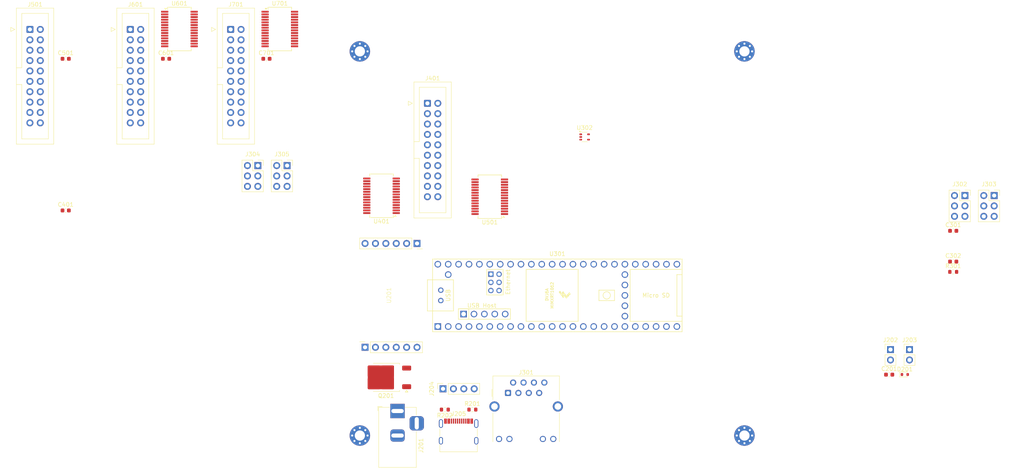
<source format=kicad_pcb>
(kicad_pcb (version 20241229) (generator "pcbnew") (generator_version "9.0")
  (layers (0 "F.Cu" signal) (2 "B.Cu" signal) (13 "F.Paste" user) (15 "B.Paste" user) (5 "F.SilkS" user "F.Silkscreen") (7 "B.SilkS" user "B.Silkscreen") (1 "F.Mask" user) (3 "B.Mask" user) (25 "Edge.Cuts" user))
  (net 0 "")
  (net 1 "GND")
  (net 2 "/main/VAUX")
  (net 3 "Net-(J301-RCT)")
  (net 4 "+5V")
  (net 5 "/main/Teensy/Mcp23S17_0/3.3V")
  (net 6 "/main/Teensy/Mcp23S17_1/3.3V")
  (net 7 "Net-(D201-A2)")
  (net 8 "/main/Teensy/Mcp23S17_2/3.3V")
  (net 9 "/main/Teensy/Mcp23S17_3/3.3V")
  (net 14 "Net-(J302-Pin_4)")
  (net 15 "Net-(J304-Pin_4)")
  (net 17 "/main/Teensy/Mcp23S17_0/GPA0")
  (net 18 "/main/Teensy/Mcp23S17_0/GPA5")
  (net 19 "/main/Teensy/Mcp23S17_0/GPA2")
  (net 20 "/main/Teensy/Mcp23S17_0/GPB2")
  (net 21 "/main/Teensy/Mcp23S17_0/GPB1")
  (net 22 "/main/Teensy/Mcp23S17_0/GPA6")
  (net 23 "/main/Teensy/Mcp23S17_0/GPA1")
  (net 24 "/main/Teensy/Mcp23S17_0/GPB5")
  (net 25 "/main/Teensy/Mcp23S17_0/GPB6")
  (net 26 "/main/Teensy/Mcp23S17_0/GPB4")
  (net 27 "/main/Teensy/Mcp23S17_0/GPB3")
  (net 28 "/main/Teensy/Mcp23S17_0/GPB0")
  (net 29 "/main/Teensy/Mcp23S17_0/GPA7")
  (net 30 "/main/Teensy/Mcp23S17_0/GPA4")
  (net 31 "/main/Teensy/Mcp23S17_0/GPA3")
  (net 32 "/main/Teensy/NEOPIXEL_DATA_5V")
  (net 33 "/main/Teensy/Mcp23S17_0/GPB7")
  (net 34 "/main/Teensy/Mcp23S17_1/GPB3")
  (net 35 "/main/Teensy/Mcp23S17_1/GPB7")
  (net 36 "/main/Teensy/Mcp23S17_1/GPA0")
  (net 37 "/main/Teensy/Mcp23S17_1/GPB6")
  (net 38 "/main/Teensy/Mcp23S17_1/GPB2")
  (net 39 "/main/Teensy/Mcp23S17_1/GPB5")
  (net 40 "/main/Teensy/Mcp23S17_1/GPB1")
  (net 41 "/main/Teensy/Mcp23S17_1/GPA1")
  (net 42 "/main/Teensy/ETH_T-")
  (net 43 "/main/Teensy/Mcp23S17_1/GPA3")
  (net 44 "/main/Teensy/Mcp23S17_1/GPA6")
  (net 45 "/main/Teensy/ETH_T+")
  (net 46 "/main/Teensy/ETH_LED")
  (net 47 "/main/Teensy/ETH_R-")
  (net 48 "/main/Teensy/ETH_R+")
  (net 49 "/main/Teensy/Mcp23S17_1/GPA4")
  (net 50 "/main/Teensy/Mcp23S17_1/GPB0")
  (net 51 "Net-(R301-Pad1)")
  (net 55 "/main/Teensy/LCD_MISO")
  (net 59 "/main/Teensy/MCP_MISO")
  (net 62 "/main/Teensy/MCP_MOSI")
  (net 67 "/main/Teensy/MCP_INT_B")
  (net 69 "/main/Teensy/LCD_CS")
  (net 72 "/main/Teensy/MCP_CS")
  (net 74 "/main/Teensy/LCD_SCK")
  (net 81 "/main/Teensy/LCD_MOSI")
  (net 85 "/main/Teensy/LCD_RST")
  (net 92 "/main/Teensy/MCP_SCK")
  (net 97 "/main/Teensy/MCP_RST")
  (net 103 "/main/Teensy/MCP_INT_A")
  (net 108 "/main/Teensy/NEOPIXEL_DATA")
  (net 110 "/main/Teensy/Mcp23S17_1/GPA7")
  (net 111 "/main/Teensy/Mcp23S17_1/GPA5")
  (net 112 "/main/Teensy/Mcp23S17_1/GPB4")
  (net 113 "/main/Teensy/Mcp23S17_1/GPA2")
  (net 114 "/main/Teensy/Mcp23S17_2/GPA7")
  (net 115 "/main/Teensy/Mcp23S17_2/GPA6")
  (net 116 "Net-(J303-Pin_4)")
  (net 117 "/main/Teensy/Mcp23S17_2/GPB1")
  (net 118 "/main/Teensy/Mcp23S17_2/GPA5")
  (net 119 "/main/Teensy/Mcp23S17_2/GPB4")
  (net 120 "/main/Teensy/Mcp23S17_2/GPB0")
  (net 121 "/main/Teensy/Mcp23S17_2/GPB3")
  (net 122 "/main/Teensy/Mcp23S17_2/GPA2")
  (net 123 "/main/Teensy/Mcp23S17_2/GPB5")
  (net 124 "/main/Teensy/Mcp23S17_2/GPB7")
  (net 125 "/main/Teensy/Mcp23S17_2/GPA0")
  (net 126 "/main/Teensy/Mcp23S17_2/GPA4")
  (net 127 "/main/Teensy/Mcp23S17_2/GPB2")
  (net 128 "/main/Teensy/Mcp23S17_2/GPA1")
  (net 129 "/main/Teensy/Mcp23S17_2/GPB6")
  (net 130 "/main/Teensy/Mcp23S17_2/GPA3")
  (net 131 "/main/Teensy/Mcp23S17_3/GPB4")
  (net 132 "/main/Teensy/Mcp23S17_3/GPA7")
  (net 133 "/main/Teensy/Mcp23S17_3/GPA1")
  (net 134 "/main/Teensy/Mcp23S17_3/GPB0")
  (net 135 "/main/Teensy/Mcp23S17_3/GPB1")
  (net 136 "/main/Teensy/Mcp23S17_3/GPB5")
  (net 137 "/main/Teensy/Mcp23S17_3/GPA0")
  (net 138 "/main/Teensy/Mcp23S17_3/GPA6")
  (net 139 "/main/Teensy/Mcp23S17_3/GPB6")
  (net 140 "/main/Teensy/Mcp23S17_3/GPB3")
  (net 141 "/main/Teensy/Mcp23S17_3/GPA5")
  (net 142 "/main/Teensy/Mcp23S17_3/GPA4")
  (net 143 "/main/Teensy/Mcp23S17_3/GPB7")
  (net 144 "/main/Teensy/Mcp23S17_3/GPB2")
  (net 145 "/main/Teensy/Mcp23S17_3/GPA2")
  (net 146 "/main/Teensy/Mcp23S17_3/GPA3")
  (net 149 "+3V3")
  (net 158 "/main/D-")
  (net 159 "/main/D+")
  (net 160 "/main/VBUS")
  (net 161 "Net-(J205-CC2)")
  (net 162 "Net-(J205-CC1)")
  (footprint "Resistor_SMD:R_0603_1608Metric" (layer "F.Cu") (at 80.505 140.64)
    (property "Reference" "R201" (at 0 -1.43 0) (layer "F.SilkS"))
    (property "Value" "5.1k")
    (pad "1" smd roundrect (at -0.825 0) (size 0.8 0.95) (layers "F.Cu" "F.Mask" "F.Paste") (net 161 "Net-(J205-CC2)"))
    (pad "2" smd roundrect (at 0.825 0) (size 0.8 0.95) (layers "F.Cu" "F.Mask" "F.Paste") (net 1 "GND"))
  )
  (footprint "Connector_IDC:IDC-Header_2x10_P2.54mm_Vertical" (layer "F.Cu") (at -27.625 47.64)
    (property "Reference" "J501" (at 1.27 -6.1 0) (layer "F.SilkS"))
    (property "Value" "Conn_02x10_Odd_Even")
    (pad "1" thru_hole roundrect (at 0 0) (size 1.7 1.7) (drill 1) (layers "*.Cu" "*.Mask") (roundrect_rratio 0.147059) (net 1 "GND"))
    (pad "2" thru_hole circle (at 2.54 0) (size 1.7 1.7) (drill 1) (layers "*.Cu" "*.Mask") (net 1 "GND"))
    (pad "3" thru_hole circle (at 0 2.54) (size 1.7 1.7) (drill 1) (layers "*.Cu" "*.Mask") (net 36 "/main/Teensy/Mcp23S17_1/GPA0"))
    (pad "4" thru_hole circle (at 2.54 2.54) (size 1.7 1.7) (drill 1) (layers "*.Cu" "*.Mask") (net 35 "/main/Teensy/Mcp23S17_1/GPB7"))
    (pad "5" thru_hole circle (at 0 5.08) (size 1.7 1.7) (drill 1) (layers "*.Cu" "*.Mask") (net 41 "/main/Teensy/Mcp23S17_1/GPA1"))
    (pad "6" thru_hole circle (at 2.54 5.08) (size 1.7 1.7) (drill 1) (layers "*.Cu" "*.Mask") (net 37 "/main/Teensy/Mcp23S17_1/GPB6"))
    (pad "7" thru_hole circle (at 0 7.62) (size 1.7 1.7) (drill 1) (layers "*.Cu" "*.Mask") (net 113 "/main/Teensy/Mcp23S17_1/GPA2"))
    (pad "8" thru_hole circle (at 2.54 7.62) (size 1.7 1.7) (drill 1) (layers "*.Cu" "*.Mask") (net 39 "/main/Teensy/Mcp23S17_1/GPB5"))
    (pad "9" thru_hole circle (at 0 10.16) (size 1.7 1.7) (drill 1) (layers "*.Cu" "*.Mask") (net 43 "/main/Teensy/Mcp23S17_1/GPA3"))
    (pad "10" thru_hole circle (at 2.54 10.16) (size 1.7 1.7) (drill 1) (layers "*.Cu" "*.Mask") (net 112 "/main/Teensy/Mcp23S17_1/GPB4"))
    (pad "11" thru_hole circle (at 0 12.7) (size 1.7 1.7) (drill 1) (layers "*.Cu" "*.Mask") (net 49 "/main/Teensy/Mcp23S17_1/GPA4"))
    (pad "12" thru_hole circle (at 2.54 12.7) (size 1.7 1.7) (drill 1) (layers "*.Cu" "*.Mask") (net 34 "/main/Teensy/Mcp23S17_1/GPB3"))
    (pad "13" thru_hole circle (at 0 15.24) (size 1.7 1.7) (drill 1) (layers "*.Cu" "*.Mask") (net 111 "/main/Teensy/Mcp23S17_1/GPA5"))
    (pad "14" thru_hole circle (at 2.54 15.24) (size 1.7 1.7) (drill 1) (layers "*.Cu" "*.Mask") (net 38 "/main/Teensy/Mcp23S17_1/GPB2"))
    (pad "15" thru_hole circle (at 0 17.78) (size 1.7 1.7) (drill 1) (layers "*.Cu" "*.Mask") (net 44 "/main/Teensy/Mcp23S17_1/GPA6"))
    (pad "16" thru_hole circle (at 2.54 17.78) (size 1.7 1.7) (drill 1) (layers "*.Cu" "*.Mask") (net 40 "/main/Teensy/Mcp23S17_1/GPB1"))
    (pad "17" thru_hole circle (at 0 20.32) (size 1.7 1.7) (drill 1) (layers "*.Cu" "*.Mask") (net 110 "/main/Teensy/Mcp23S17_1/GPA7"))
    (pad "18" thru_hole circle (at 2.54 20.32) (size 1.7 1.7) (drill 1) (layers "*.Cu" "*.Mask") (net 50 "/main/Teensy/Mcp23S17_1/GPB0"))
    (pad "19" thru_hole circle (at 0 22.86) (size 1.7 1.7) (drill 1) (layers "*.Cu" "*.Mask") (net 1 "GND"))
    (pad "20" thru_hole circle (at 2.54 22.86) (size 1.7 1.7) (drill 1) (layers "*.Cu" "*.Mask") (net 1 "GND"))
  )
  (footprint "Connector_PinSocket_2.54mm:PinSocket_2x03_P2.54mm_Vertical" (layer "F.Cu") (at 35.23 80.95)
    (property "Reference" "J305" (at -1.27 -2.77 0) (layer "F.SilkS"))
    (property "Value" "Conn_02x03_Odd_Even")
    (pad "1" thru_hole rect (at 0 0) (size 1.7 1.7) (drill 1) (layers "*.Cu" "*.Mask") (net 1 "GND"))
    (pad "2" thru_hole oval (at -2.54 0) (size 1.7 1.7) (drill 1) (layers "*.Cu" "*.Mask") (net 1 "GND"))
    (pad "3" thru_hole oval (at 0 2.54) (size 1.7 1.7) (drill 1) (layers "*.Cu" "*.Mask") (net 15 "Net-(J304-Pin_4)"))
    (pad "4" thru_hole oval (at -2.54 2.54) (size 1.7 1.7) (drill 1) (layers "*.Cu" "*.Mask"))
    (pad "5" thru_hole oval (at 0 5.08) (size 1.7 1.7) (drill 1) (layers "*.Cu" "*.Mask") (net 4 "+5V"))
    (pad "6" thru_hole oval (at -2.54 5.08) (size 1.7 1.7) (drill 1) (layers "*.Cu" "*.Mask") (net 4 "+5V"))
  )
  (footprint "Connector_RJ:RJ45_Hanrun_HR911105A_Horizontal" (layer "F.Cu") (at 89.21 136.57)
    (property "Reference" "J301" (at 4.44 -5 0) (layer "F.SilkS"))
    (property "Value" "RJ45_Hanrun_HR911105A_Horizontal")
    (pad "" np_thru_hole circle (at -1.275 6.36) (size 3.25 3.25) (drill 3.25) (layers "*.Cu" "*.Mask"))
    (pad "" np_thru_hole circle (at 10.155 6.36) (size 3.25 3.25) (drill 3.25) (layers "*.Cu" "*.Mask"))
    (pad "1" thru_hole roundrect (at 0 0) (size 1.5 1.5) (drill 0.89) (layers "*.Cu" "*.Mask") (roundrect_rratio 0.167) (net 45 "/main/Teensy/ETH_T+"))
    (pad "2" thru_hole circle (at 1.26 -2.54) (size 1.5 1.5) (drill 0.89) (layers "*.Cu" "*.Mask") (net 42 "/main/Teensy/ETH_T-"))
    (pad "3" thru_hole circle (at 2.54 0) (size 1.5 1.5) (drill 0.89) (layers "*.Cu" "*.Mask") (net 48 "/main/Teensy/ETH_R+"))
    (pad "4" thru_hole circle (at 3.8 -2.54) (size 1.5 1.5) (drill 0.89) (layers "*.Cu" "*.Mask") (net 3 "Net-(J301-RCT)"))
    (pad "5" thru_hole circle (at 5.08 0) (size 1.5 1.5) (drill 0.89) (layers "*.Cu" "*.Mask") (net 3 "Net-(J301-RCT)"))
    (pad "6" thru_hole circle (at 6.34 -2.54) (size 1.5 1.5) (drill 0.89) (layers "*.Cu" "*.Mask") (net 47 "/main/Teensy/ETH_R-"))
    (pad "7" thru_hole circle (at 7.62 0) (size 1.5 1.5) (drill 0.89) (layers "*.Cu" "*.Mask"))
    (pad "8" thru_hole circle (at 8.88 -2.54) (size 1.5 1.5) (drill 0.89) (layers "*.Cu" "*.Mask") (net 1 "GND"))
    (pad "9" thru_hole circle (at -2.185 11.26) (size 1.5 1.5) (drill 1.02) (layers "*.Cu" "*.Mask") (net 46 "/main/Teensy/ETH_LED"))
    (pad "10" thru_hole circle (at 0.355 11.26) (size 1.5 1.5) (drill 1.02) (layers "*.Cu" "*.Mask") (net 1 "GND"))
    (pad "11" thru_hole circle (at 8.525 11.26) (size 1.5 1.5) (drill 1.02) (layers "*.Cu" "*.Mask"))
    (pad "12" thru_hole circle (at 11.065 11.26) (size 1.5 1.5) (drill 1.02) (layers "*.Cu" "*.Mask"))
    (pad "SH" thru_hole circle (at -3.305 3.31) (size 2.5 2.5) (drill 1.63) (layers "*.Cu" "*.Mask"))
    (pad "SH" thru_hole circle (at 12.185 3.31) (size 2.5 2.5) (drill 1.63) (layers "*.Cu" "*.Mask"))
  )
  (footprint "Connector_PinSocket_2.54mm:PinSocket_2x03_P2.54mm_Vertical" (layer "F.Cu") (at 200.87 88.28)
    (property "Reference" "J302" (at -1.27 -2.77 0) (layer "F.SilkS"))
    (property "Value" "Conn_02x03_Odd_Even")
    (pad "1" thru_hole rect (at 0 0) (size 1.7 1.7) (drill 1) (layers "*.Cu" "*.Mask") (net 1 "GND"))
    (pad "2" thru_hole oval (at -2.54 0) (size 1.7 1.7) (drill 1) (layers "*.Cu" "*.Mask") (net 1 "GND"))
    (pad "3" thru_hole oval (at 0 2.54) (size 1.7 1.7) (drill 1) (layers "*.Cu" "*.Mask") (net 32 "/main/Teensy/NEOPIXEL_DATA_5V"))
    (pad "4" thru_hole oval (at -2.54 2.54) (size 1.7 1.7) (drill 1) (layers "*.Cu" "*.Mask") (net 14 "Net-(J302-Pin_4)"))
    (pad "5" thru_hole oval (at 0 5.08) (size 1.7 1.7) (drill 1) (layers "*.Cu" "*.Mask") (net 4 "+5V"))
    (pad "6" thru_hole oval (at -2.54 5.08) (size 1.7 1.7) (drill 1) (layers "*.Cu" "*.Mask") (net 4 "+5V"))
  )
  (footprint "Connector_PinSocket_2.54mm:PinSocket_2x03_P2.54mm_Vertical" (layer "F.Cu") (at 208.02 88.28)
    (property "Reference" "J303" (at -1.27 -2.77 0) (layer "F.SilkS"))
    (property "Value" "Conn_02x03_Odd_Even")
    (pad "1" thru_hole rect (at 0 0) (size 1.7 1.7) (drill 1) (layers "*.Cu" "*.Mask") (net 1 "GND"))
    (pad "2" thru_hole oval (at -2.54 0) (size 1.7 1.7) (drill 1) (layers "*.Cu" "*.Mask") (net 1 "GND"))
    (pad "3" thru_hole oval (at 0 2.54) (size 1.7 1.7) (drill 1) (layers "*.Cu" "*.Mask") (net 14 "Net-(J302-Pin_4)"))
    (pad "4" thru_hole oval (at -2.54 2.54) (size 1.7 1.7) (drill 1) (layers "*.Cu" "*.Mask") (net 116 "Net-(J303-Pin_4)"))
    (pad "5" thru_hole oval (at 0 5.08) (size 1.7 1.7) (drill 1) (layers "*.Cu" "*.Mask") (net 4 "+5V"))
    (pad "6" thru_hole oval (at -2.54 5.08) (size 1.7 1.7) (drill 1) (layers "*.Cu" "*.Mask") (net 4 "+5V"))
  )
  (footprint "MountingHole:MountingHole_2.5mm_Pad_Via" (layer "F.Cu") (at 146.99 53.01)
    (property "Reference" "H203" (hide yes))
    (property "Value" "MountingHole_Pad")
    (pad "1" thru_hole circle (at -1.875 0) (size 0.8 0.8) (drill 0.5) (layers "*.Cu" "*.Mask") (net 1 "GND"))
    (pad "1" thru_hole circle (at -1.325825 -1.325825) (size 0.8 0.8) (drill 0.5) (layers "*.Cu" "*.Mask") (net 1 "GND"))
    (pad "1" thru_hole circle (at -1.325825 1.325825) (size 0.8 0.8) (drill 0.5) (layers "*.Cu" "*.Mask") (net 1 "GND"))
    (pad "1" thru_hole circle (at 0 -1.875) (size 0.8 0.8) (drill 0.5) (layers "*.Cu" "*.Mask") (net 1 "GND"))
    (pad "1" thru_hole circle (at 0 0) (size 5 5) (drill 2.5) (layers "*.Cu" "*.Mask") (net 1 "GND"))
    (pad "1" thru_hole circle (at 0 1.875) (size 0.8 0.8) (drill 0.5) (layers "*.Cu" "*.Mask") (net 1 "GND"))
    (pad "1" thru_hole circle (at 1.325825 -1.325825) (size 0.8 0.8) (drill 0.5) (layers "*.Cu" "*.Mask") (net 1 "GND"))
    (pad "1" thru_hole circle (at 1.325825 1.325825) (size 0.8 0.8) (drill 0.5) (layers "*.Cu" "*.Mask") (net 1 "GND"))
    (pad "1" thru_hole circle (at 1.875 0) (size 0.8 0.8) (drill 0.5) (layers "*.Cu" "*.Mask") (net 1 "GND"))
  )
  (footprint "MountingHole:MountingHole_2.5mm_Pad_Via" (layer "F.Cu") (at 53.01 146.99)
    (property "Reference" "H201" (hide yes))
    (property "Value" "MountingHole_Pad")
    (pad "1" thru_hole circle (at -1.875 0) (size 0.8 0.8) (drill 0.5) (layers "*.Cu" "*.Mask") (net 1 "GND"))
    (pad "1" thru_hole circle (at -1.325825 -1.325825) (size 0.8 0.8) (drill 0.5) (layers "*.Cu" "*.Mask") (net 1 "GND"))
    (pad "1" thru_hole circle (at -1.325825 1.325825) (size 0.8 0.8) (drill 0.5) (layers "*.Cu" "*.Mask") (net 1 "GND"))
    (pad "1" thru_hole circle (at 0 -1.875) (size 0.8 0.8) (drill 0.5) (layers "*.Cu" "*.Mask") (net 1 "GND"))
    (pad "1" thru_hole circle (at 0 0) (size 5 5) (drill 2.5) (layers "*.Cu" "*.Mask") (net 1 "GND"))
    (pad "1" thru_hole circle (at 0 1.875) (size 0.8 0.8) (drill 0.5) (layers "*.Cu" "*.Mask") (net 1 "GND"))
    (pad "1" thru_hole circle (at 1.325825 -1.325825) (size 0.8 0.8) (drill 0.5) (layers "*.Cu" "*.Mask") (net 1 "GND"))
    (pad "1" thru_hole circle (at 1.325825 1.325825) (size 0.8 0.8) (drill 0.5) (layers "*.Cu" "*.Mask") (net 1 "GND"))
    (pad "1" thru_hole circle (at 1.875 0) (size 0.8 0.8) (drill 0.5) (layers "*.Cu" "*.Mask") (net 1 "GND"))
  )
  (footprint "Connector_PinSocket_2.54mm:PinSocket_1x04_P2.54mm_Vertical" (layer "F.Cu") (at 73.33 135.56 90)
    (property "Reference" "J204" (at 0 -2.77 90) (layer "F.SilkS"))
    (property "Value" "Conn_01x04")
    (pad "1" thru_hole rect (at 0 0 90) (size 1.7 1.7) (drill 1) (layers "*.Cu" "*.Mask") (net 1 "GND"))
    (pad "2" thru_hole oval (at 0 2.54 90) (size 1.7 1.7) (drill 1) (layers "*.Cu" "*.Mask") (net 159 "/main/D+"))
    (pad "3" thru_hole oval (at 0 5.08 90) (size 1.7 1.7) (drill 1) (layers "*.Cu" "*.Mask") (net 158 "/main/D-"))
    (pad "4" thru_hole oval (at 0 7.62 90) (size 1.7 1.7) (drill 1) (layers "*.Cu" "*.Mask") (net 160 "/main/VBUS"))
  )
  (footprint "Connector_IDC:IDC-Header_2x10_P2.54mm_Vertical" (layer "F.Cu") (at -3.095 47.64)
    (property "Reference" "J601" (at 1.27 -6.1 0) (layer "F.SilkS"))
    (property "Value" "Conn_02x10_Odd_Even")
    (pad "1" thru_hole roundrect (at 0 0) (size 1.7 1.7) (drill 1) (layers "*.Cu" "*.Mask") (roundrect_rratio 0.147059) (net 1 "GND"))
    (pad "2" thru_hole circle (at 2.54 0) (size 1.7 1.7) (drill 1) (layers "*.Cu" "*.Mask") (net 1 "GND"))
    (pad "3" thru_hole circle (at 0 2.54) (size 1.7 1.7) (drill 1) (layers "*.Cu" "*.Mask") (net 125 "/main/Teensy/Mcp23S17_2/GPA0"))
    (pad "4" thru_hole circle (at 2.54 2.54) (size 1.7 1.7) (drill 1) (layers "*.Cu" "*.Mask") (net 124 "/main/Teensy/Mcp23S17_2/GPB7"))
    (pad "5" thru_hole circle (at 0 5.08) (size 1.7 1.7) (drill 1) (layers "*.Cu" "*.Mask") (net 128 "/main/Teensy/Mcp23S17_2/GPA1"))
    (pad "6" thru_hole circle (at 2.54 5.08) (size 1.7 1.7) (drill 1) (layers "*.Cu" "*.Mask") (net 129 "/main/Teensy/Mcp23S17_2/GPB6"))
    (pad "7" thru_hole circle (at 0 7.62) (size 1.7 1.7) (drill 1) (layers "*.Cu" "*.Mask") (net 122 "/main/Teensy/Mcp23S17_2/GPA2"))
    (pad "8" thru_hole circle (at 2.54 7.62) (size 1.7 1.7) (drill 1) (layers "*.Cu" "*.Mask") (net 123 "/main/Teensy/Mcp23S17_2/GPB5"))
    (pad "9" thru_hole circle (at 0 10.16) (size 1.7 1.7) (drill 1) (layers "*.Cu" "*.Mask") (net 130 "/main/Teensy/Mcp23S17_2/GPA3"))
    (pad "10" thru_hole circle (at 2.54 10.16) (size 1.7 1.7) (drill 1) (layers "*.Cu" "*.Mask") (net 119 "/main/Teensy/Mcp23S17_2/GPB4"))
    (pad "11" thru_hole circle (at 0 12.7) (size 1.7 1.7) (drill 1) (layers "*.Cu" "*.Mask") (net 126 "/main/Teensy/Mcp23S17_2/GPA4"))
    (pad "12" thru_hole circle (at 2.54 12.7) (size 1.7 1.7) (drill 1) (layers "*.Cu" "*.Mask") (net 121 "/main/Teensy/Mcp23S17_2/GPB3"))
    (pad "13" thru_hole circle (at 0 15.24) (size 1.7 1.7) (drill 1) (layers "*.Cu" "*.Mask") (net 118 "/main/Teensy/Mcp23S17_2/GPA5"))
    (pad "14" thru_hole circle (at 2.54 15.24) (size 1.7 1.7) (drill 1) (layers "*.Cu" "*.Mask") (net 127 "/main/Teensy/Mcp23S17_2/GPB2"))
    (pad "15" thru_hole circle (at 0 17.78) (size 1.7 1.7) (drill 1) (layers "*.Cu" "*.Mask") (net 115 "/main/Teensy/Mcp23S17_2/GPA6"))
    (pad "16" thru_hole circle (at 2.54 17.78) (size 1.7 1.7) (drill 1) (layers "*.Cu" "*.Mask") (net 117 "/main/Teensy/Mcp23S17_2/GPB1"))
    (pad "17" thru_hole circle (at 0 20.32) (size 1.7 1.7) (drill 1) (layers "*.Cu" "*.Mask") (net 114 "/main/Teensy/Mcp23S17_2/GPA7"))
    (pad "18" thru_hole circle (at 2.54 20.32) (size 1.7 1.7) (drill 1) (layers "*.Cu" "*.Mask") (net 120 "/main/Teensy/Mcp23S17_2/GPB0"))
    (pad "19" thru_hole circle (at 0 22.86) (size 1.7 1.7) (drill 1) (layers "*.Cu" "*.Mask") (net 1 "GND"))
    (pad "20" thru_hole circle (at 2.54 22.86) (size 1.7 1.7) (drill 1) (layers "*.Cu" "*.Mask") (net 1 "GND"))
  )
  (footprint "Package_SO:SSOP-28_5.3x10.2mm_P0.65mm" (layer "F.Cu") (at 58.3 88.335 180)
    (property "Reference" "U401" (at 0 -6.25 0) (layer "F.SilkS"))
    (property "Value" "MCP23S17_SS")
    (pad "1" smd rect (at -3.6 -4.225 180) (size 1.75 0.45) (layers "F.Cu" "F.Mask" "F.Paste") (net 28 "/main/Teensy/Mcp23S17_0/GPB0"))
    (pad "2" smd rect (at -3.6 -3.575 180) (size 1.75 0.45) (layers "F.Cu" "F.Mask" "F.Paste") (net 21 "/main/Teensy/Mcp23S17_0/GPB1"))
    (pad "3" smd rect (at -3.6 -2.925 180) (size 1.75 0.45) (layers "F.Cu" "F.Mask" "F.Paste") (net 20 "/main/Teensy/Mcp23S17_0/GPB2"))
    (pad "4" smd rect (at -3.6 -2.275 180) (size 1.75 0.45) (layers "F.Cu" "F.Mask" "F.Paste") (net 27 "/main/Teensy/Mcp23S17_0/GPB3"))
    (pad "5" smd rect (at -3.6 -1.625 180) (size 1.75 0.45) (layers "F.Cu" "F.Mask" "F.Paste") (net 26 "/main/Teensy/Mcp23S17_0/GPB4"))
    (pad "6" smd rect (at -3.6 -0.975 180) (size 1.75 0.45) (layers "F.Cu" "F.Mask" "F.Paste") (net 24 "/main/Teensy/Mcp23S17_0/GPB5"))
    (pad "7" smd rect (at -3.6 -0.325 180) (size 1.75 0.45) (layers "F.Cu" "F.Mask" "F.Paste") (net 25 "/main/Teensy/Mcp23S17_0/GPB6"))
    (pad "8" smd rect (at -3.6 0.325 180) (size 1.75 0.45) (layers "F.Cu" "F.Mask" "F.Paste") (net 33 "/main/Teensy/Mcp23S17_0/GPB7"))
    (pad "9" smd rect (at -3.6 0.975 180) (size 1.75 0.45) (layers "F.Cu" "F.Mask" "F.Paste") (net 5 "/main/Teensy/Mcp23S17_0/3.3V"))
    (pad "10" smd rect (at -3.6 1.625 180) (size 1.75 0.45) (layers "F.Cu" "F.Mask" "F.Paste") (net 1 "GND"))
    (pad "11" smd rect (at -3.6 2.275 180) (size 1.75 0.45) (layers "F.Cu" "F.Mask" "F.Paste") (net 72 "/main/Teensy/MCP_CS"))
    (pad "12" smd rect (at -3.6 2.925 180) (size 1.75 0.45) (layers "F.Cu" "F.Mask" "F.Paste") (net 92 "/main/Teensy/MCP_SCK"))
    (pad "13" smd rect (at -3.6 3.575 180) (size 1.75 0.45) (layers "F.Cu" "F.Mask" "F.Paste") (net 62 "/main/Teensy/MCP_MOSI"))
    (pad "14" smd rect (at -3.6 4.225 180) (size 1.75 0.45) (layers "F.Cu" "F.Mask" "F.Paste") (net 59 "/main/Teensy/MCP_MISO"))
    (pad "15" smd rect (at 3.6 4.225 180) (size 1.75 0.45) (layers "F.Cu" "F.Mask" "F.Paste") (net 1 "GND"))
    (pad "16" smd rect (at 3.6 3.575 180) (size 1.75 0.45) (layers "F.Cu" "F.Mask" "F.Paste") (net 1 "GND"))
    (pad "17" smd rect (at 3.6 2.925 180) (size 1.75 0.45) (layers "F.Cu" "F.Mask" "F.Paste") (net 1 "GND"))
    (pad "18" smd rect (at 3.6 2.275 180) (size 1.75 0.45) (layers "F.Cu" "F.Mask" "F.Paste") (net 97 "/main/Teensy/MCP_RST"))
    (pad "19" smd rect (at 3.6 1.625 180) (size 1.75 0.45) (layers "F.Cu" "F.Mask" "F.Paste"))
    (pad "20" smd rect (at 3.6 0.975 180) (size 1.75 0.45) (layers "F.Cu" "F.Mask" "F.Paste"))
    (pad "21" smd rect (at 3.6 0.325 180) (size 1.75 0.45) (layers "F.Cu" "F.Mask" "F.Paste") (net 17 "/main/Teensy/Mcp23S17_0/GPA0"))
    (pad "22" smd rect (at 3.6 -0.325 180) (size 1.75 0.45) (layers "F.Cu" "F.Mask" "F.Paste") (net 23 "/main/Teensy/Mcp23S17_0/GPA1"))
    (pad "23" smd rect (at 3.6 -0.975 180) (size 1.75 0.45) (layers "F.Cu" "F.Mask" "F.Paste") (net 19 "/main/Teensy/Mcp23S17_0/GPA2"))
    (pad "24" smd rect (at 3.6 -1.625 180) (size 1.75 0.45) (layers "F.Cu" "F.Mask" "F.Paste") (net 31 "/main/Teensy/Mcp23S17_0/GPA3"))
    (pad "25" smd rect (at 3.6 -2.275 180) (size 1.75 0.45) (layers "F.Cu" "F.Mask" "F.Paste") (net 30 "/main/Teensy/Mcp23S17_0/GPA4"))
    (pad "26" smd rect (at 3.6 -2.925 180) (size 1.75 0.45) (layers "F.Cu" "F.Mask" "F.Paste") (net 18 "/main/Teensy/Mcp23S17_0/GPA5"))
    (pad "27" smd rect (at 3.6 -3.575 180) (size 1.75 0.45) (layers "F.Cu" "F.Mask" "F.Paste") (net 22 "/main/Teensy/Mcp23S17_0/GPA6"))
    (pad "28" smd rect (at 3.6 -4.225 180) (size 1.75 0.45) (layers "F.Cu" "F.Mask" "F.Paste") (net 29 "/main/Teensy/Mcp23S17_0/GPA7"))
  )
  (footprint "Connector_PinSocket_2.54mm:PinSocket_2x03_P2.54mm_Vertical" (layer "F.Cu") (at 28.08 80.95)
    (property "Reference" "J304" (at -1.27 -2.77 0) (layer "F.SilkS"))
    (property "Value" "Conn_02x03_Odd_Even")
    (pad "1" thru_hole rect (at 0 0) (size 1.7 1.7) (drill 1) (layers "*.Cu" "*.Mask") (net 1 "GND"))
    (pad "2" thru_hole oval (at -2.54 0) (size 1.7 1.7) (drill 1) (layers "*.Cu" "*.Mask") (net 1 "GND"))
    (pad "3" thru_hole oval (at 0 2.54) (size 1.7 1.7) (drill 1) (layers "*.Cu" "*.Mask") (net 116 "Net-(J303-Pin_4)"))
    (pad "4" thru_hole oval (at -2.54 2.54) (size 1.7 1.7) (drill 1) (layers "*.Cu" "*.Mask") (net 15 "Net-(J304-Pin_4)"))
    (pad "5" thru_hole oval (at 0 5.08) (size 1.7 1.7) (drill 1) (layers "*.Cu" "*.Mask") (net 4 "+5V"))
    (pad "6" thru_hole oval (at -2.54 5.08) (size 1.7 1.7) (drill 1) (layers "*.Cu" "*.Mask") (net 4 "+5V"))
  )
  (footprint "Package_TO_SOT_SMD:TO-252-2" (layer "F.Cu") (at 59.4 132.76 180)
    (property "Reference" "Q201" (at 0 -4.5 0) (layer "F.SilkS"))
    (property "Value" "Q_PMOS_GDS")
    (pad "1" smd roundrect (at -5.04 -2.28 180) (size 2.2 1.2) (layers "F.Cu" "F.Mask" "F.Paste") (roundrect_rratio 0.208333) (net 1 "GND"))
    (pad "2" smd roundrect (at -0.415 -1.525 180) (size 3.05 2.75) (layers "F.Cu" "F.Paste") (roundrect_rratio 0.090909) (net 7 "Net-(D201-A2)"))
    (pad "2" smd roundrect (at -0.415 1.525 180) (size 3.05 2.75) (layers "F.Cu" "F.Paste") (roundrect_rratio 0.090909) (net 7 "Net-(D201-A2)"))
    (pad "2" smd roundrect (at 1.26 0 180) (size 6.4 5.8) (layers "F.Cu" "F.Mask") (roundrect_rratio 0.043103) (net 7 "Net-(D201-A2)"))
    (pad "2" smd roundrect (at 2.935 -1.525 180) (size 3.05 2.75) (layers "F.Cu" "F.Paste") (roundrect_rratio 0.090909) (net 7 "Net-(D201-A2)"))
    (pad "2" smd roundrect (at 2.935 1.525 180) (size 3.05 2.75) (layers "F.Cu" "F.Paste") (roundrect_rratio 0.090909) (net 7 "Net-(D201-A2)"))
    (pad "3" smd roundrect (at -5.04 2.28 180) (size 2.2 1.2) (layers "F.Cu" "F.Mask" "F.Paste") (roundrect_rratio 0.208333) (net 2 "/main/VAUX"))
  )
  (footprint "Connector_PinHeader_2.54mm:PinHeader_1x02_P2.54mm_Vertical" (layer "F.Cu") (at 187.33 125.96)
    (property "Reference" "J203" (at 0 -2.33 0) (layer "F.SilkS"))
    (property "Value" "Conn_01x02")
    (pad "1" thru_hole rect (at 0 0) (size 1.7 1.7) (drill 1) (layers "*.Cu" "*.Mask") (net 1 "GND"))
    (pad "2" thru_hole oval (at 0 2.54) (size 1.7 1.7) (drill 1) (layers "*.Cu" "*.Mask") (net 4 "+5V"))
  )
  (footprint "Package_SO:SSOP-28_5.3x10.2mm_P0.65mm" (layer "F.Cu") (at 33.45 47.54)
    (property "Reference" "U701" (at 0 -6.25 0) (layer "F.SilkS"))
    (property "Value" "MCP23S17_SS")
    (pad "1" smd rect (at -3.6 -4.225) (size 1.75 0.45) (layers "F.Cu" "F.Mask" "F.Paste") (net 134 "/main/Teensy/Mcp23S17_3/GPB0"))
    (pad "2" smd rect (at -3.6 -3.575) (size 1.75 0.45) (layers "F.Cu" "F.Mask" "F.Paste") (net 135 "/main/Teensy/Mcp23S17_3/GPB1"))
    (pad "3" smd rect (at -3.6 -2.925) (size 1.75 0.45) (layers "F.Cu" "F.Mask" "F.Paste") (net 144 "/main/Teensy/Mcp23S17_3/GPB2"))
    (pad "4" smd rect (at -3.6 -2.275) (size 1.75 0.45) (layers "F.Cu" "F.Mask" "F.Paste") (net 140 "/main/Teensy/Mcp23S17_3/GPB3"))
    (pad "5" smd rect (at -3.6 -1.625) (size 1.75 0.45) (layers "F.Cu" "F.Mask" "F.Paste") (net 131 "/main/Teensy/Mcp23S17_3/GPB4"))
    (pad "6" smd rect (at -3.6 -0.975) (size 1.75 0.45) (layers "F.Cu" "F.Mask" "F.Paste") (net 136 "/main/Teensy/Mcp23S17_3/GPB5"))
    (pad "7" smd rect (at -3.6 -0.325) (size 1.75 0.45) (layers "F.Cu" "F.Mask" "F.Paste") (net 139 "/main/Teensy/Mcp23S17_3/GPB6"))
    (pad "8" smd rect (at -3.6 0.325) (size 1.75 0.45) (layers "F.Cu" "F.Mask" "F.Paste") (net 143 "/main/Teensy/Mcp23S17_3/GPB7"))
    (pad "9" smd rect (at -3.6 0.975) (size 1.75 0.45) (layers "F.Cu" "F.Mask" "F.Paste") (net 9 "/main/Teensy/Mcp23S17_3/3.3V"))
    (pad "10" smd rect (at -3.6 1.625) (size 1.75 0.45) (layers "F.Cu" "F.Mask" "F.Paste") (net 1 "GND"))
    (pad "11" smd rect (at -3.6 2.275) (size 1.75 0.45) (layers "F.Cu" "F.Mask" "F.Paste") (net 72 "/main/Teensy/MCP_CS"))
    (pad "12" smd rect (at -3.6 2.925) (size 1.75 0.45) (layers "F.Cu" "F.Mask" "F.Paste") (net 92 "/main/Teensy/MCP_SCK"))
    (pad "13" smd rect (at -3.6 3.575) (size 1.75 0.45) (layers "F.Cu" "F.Mask" "F.Paste") (net 62 "/main/Teensy/MCP_MOSI"))
    (pad "14" smd rect (at -3.6 4.225) (size 1.75 0.45) (layers "F.Cu" "F.Mask" "F.Paste") (net 59 "/main/Teensy/MCP_MISO"))
    (pad "15" smd rect (at 3.6 4.225) (size 1.75 0.45) (layers "F.Cu" "F.Mask" "F.Paste") (net 149 "+3V3"))
    (pad "16" smd rect (at 3.6 3.575) (size 1.75 0.45) (layers "F.Cu" "F.Mask" "F.Paste") (net 149 "+3V3"))
    (pad "17" smd rect (at 3.6 2.925) (size 1.75 0.45) (layers "F.Cu" "F.Mask" "F.Paste") (net 1 "GND"))
    (pad "18" smd rect (at 3.6 2.275) (size 1.75 0.45) (layers "F.Cu" "F.Mask" "F.Paste") (net 97 "/main/Teensy/MCP_RST"))
    (pad "19" smd rect (at 3.6 1.625) (size 1.75 0.45) (layers "F.Cu" "F.Mask" "F.Paste"))
    (pad "20" smd rect (at 3.6 0.975) (size 1.75 0.45) (layers "F.Cu" "F.Mask" "F.Paste"))
    (pad "21" smd rect (at 3.6 0.325) (size 1.75 0.45) (layers "F.Cu" "F.Mask" "F.Paste") (net 137 "/main/Teensy/Mcp23S17_3/GPA0"))
    (pad "22" smd rect (at 3.6 -0.325) (size 1.75 0.45) (layers "F.Cu" "F.Mask" "F.Paste") (net 133 "/main/Teensy/Mcp23S17_3/GPA1"))
    (pad "23" smd rect (at 3.6 -0.975) (size 1.75 0.45) (layers "F.Cu" "F.Mask" "F.Paste") (net 145 "/main/Teensy/Mcp23S17_3/GPA2"))
    (pad "24" smd rect (at 3.6 -1.625) (size 1.75 0.45) (layers "F.Cu" "F.Mask" "F.Paste") (net 146 "/main/Teensy/Mcp23S17_3/GPA3"))
    (pad "25" smd rect (at 3.6 -2.275) (size 1.75 0.45) (layers "F.Cu" "F.Mask" "F.Paste") (net 142 "/main/Teensy/Mcp23S17_3/GPA4"))
    (pad "26" smd rect (at 3.6 -2.925) (size 1.75 0.45) (layers "F.Cu" "F.Mask" "F.Paste") (net 141 "/main/Teensy/Mcp23S17_3/GPA5"))
    (pad "27" smd rect (at 3.6 -3.575) (size 1.75 0.45) (layers "F.Cu" "F.Mask" "F.Paste") (net 138 "/main/Teensy/Mcp23S17_3/GPA6"))
    (pad "28" smd rect (at 3.6 -4.225) (size 1.75 0.45) (layers "F.Cu" "F.Mask" "F.Paste") (net 132 "/main/Teensy/Mcp23S17_3/GPA7"))
  )
  (footprint "Capacitor_SMD:C_0603_1608Metric" (layer "F.Cu") (at 198.01 104.44)
    (property "Reference" "C302" (at 0 -1.43 0) (layer "F.SilkS"))
    (property "Value" "100n")
    (pad "1" smd roundrect (at -0.775 0) (size 0.9 0.95) (layers "F.Cu" "F.Mask" "F.Paste") (net 1 "GND"))
    (pad "2" smd roundrect (at 0.775 0) (size 0.9 0.95) (layers "F.Cu" "F.Mask" "F.Paste") (net 3 "Net-(J301-RCT)"))
  )
  (footprint "Package_TO_SOT_SMD:SOT-353_SC-70-5" (layer "F.Cu") (at 107.94 73.95)
    (property "Reference" "U302" (at 0 -2.25 0) (layer "F.SilkS"))
    (property "Value" "74LVC1GU04")
    (pad "1" smd roundrect (at -0.95 -0.65) (size 0.65 0.4) (layers "F.Cu" "F.Mask" "F.Paste"))
    (pad "2" smd roundrect (at -0.95 0) (size 0.65 0.4) (layers "F.Cu" "F.Mask" "F.Paste") (net 108 "/main/Teensy/NEOPIXEL_DATA"))
    (pad "3" smd roundrect (at -0.95 0.65) (size 0.65 0.4) (layers "F.Cu" "F.Mask" "F.Paste") (net 1 "GND"))
    (pad "4" smd roundrect (at 0.95 0.65) (size 0.65 0.4) (layers "F.Cu" "F.Mask" "F.Paste") (net 51 "Net-(R301-Pad1)"))
    (pad "5" smd roundrect (at 0.95 -0.65) (size 0.65 0.4) (layers "F.Cu" "F.Mask" "F.Paste") (net 4 "+5V"))
  )
  (footprint "Connector_BarrelJack:BarrelJack_Horizontal" (layer "F.Cu") (at 62.2125 140.99 90)
    (property "Reference" "J201" (at -8.45 5.75 90) (layer "F.SilkS"))
    (property "Value" "Barrel_Jack_Switch")
    (pad "1" thru_hole rect (at 0 0 90) (size 3.5 3.5) (drill oval 1 3) (layers "*.Cu" "*.Mask") (net 7 "Net-(D201-A2)"))
    (pad "2" thru_hole roundrect (at -6 0 90) (size 3 3.5) (drill oval 1 3) (layers "*.Cu" "*.Mask") (net 1 "GND"))
    (pad "3" thru_hole roundrect (at -3 4.7 90) (size 3.5 3.5) (drill oval 3 1) (layers "*.Cu" "*.Mask") (net 1 "GND"))
  )
  (footprint "Capacitor_SMD:C_0603_1608Metric" (layer "F.Cu") (at -18.88 91.93)
    (property "Reference" "C401" (at 0 -1.43 0) (layer "F.SilkS"))
    (property "Value" "100n")
    (pad "1" smd roundrect (at -0.775 0) (size 0.9 0.95) (layers "F.Cu" "F.Mask" "F.Paste") (net 1 "GND"))
    (pad "2" smd roundrect (at 0.775 0) (size 0.9 0.95) (layers "F.Cu" "F.Mask" "F.Paste") (net 5 "/main/Teensy/Mcp23S17_0/3.3V"))
  )
  (footprint "Connector_USB:USB_C_Receptacle_G-Switch_GT-USB-7010ASV" (layer "F.Cu") (at 77.14 147.185)
    (property "Reference" "J205" (at 0 -5.5 0) (layer "F.SilkS"))
    (property "Value" "USB_C_Receptacle_USB2.0_16P")
    (pad "" np_thru_hole circle (at -2.89 -2.605) (size 0.65 0.65) (drill 0.65) (layers "*.Cu" "*.Mask"))
    (pad "" np_thru_hole circle (at 2.89 -2.605) (size 0.65 0.65) (drill 0.65) (layers "*.Cu" "*.Mask"))
    (pad "A1" smd rect (at -3.2 -3.725) (size 0.6 1.24) (layers "F.Cu" "F.Mask" "F.Paste") (net 1 "GND"))
    (pad "A4" smd rect (at -2.4 -3.725) (size 0.6 1.24) (layers "F.Cu" "F.Mask" "F.Paste") (net 160 "/main/VBUS"))
    (pad "A5" smd rect (at -1.25 -3.725) (size 0.3 1.24) (layers "F.Cu" "F.Mask" "F.Paste") (net 162 "Net-(J205-CC1)"))
    (pad "A6" smd rect (at -0.25 -3.725) (size 0.3 1.24) (layers "F.Cu" "F.Mask" "F.Paste") (net 159 "/main/D+"))
    (pad "A7" smd rect (at 0.25 -3.725) (size 0.3 1.24) (layers "F.Cu" "F.Mask" "F.Paste") (net 158 "/main/D-"))
    (pad "A8" smd rect (at 1.25 -3.725) (size 0.3 1.24) (layers "F.Cu" "F.Mask" "F.Paste"))
    (pad "A9" smd rect (at 2.4 -3.725) (size 0.6 1.24) (layers "F.Cu" "F.Mask" "F.Paste") (net 160 "/main/VBUS"))
    (pad "A12" smd rect (at 3.2 -3.725) (size 0.6 1.24) (layers "F.Cu" "F.Mask" "F.Paste") (net 1 "GND"))
    (pad "B1" smd rect (at 3.2 -3.725) (size 0.6 1.24) (layers "F.Cu" "F.Mask" "F.Paste") (net 1 "GND"))
    (pad "B4" smd rect (at 2.4 -3.725) (size 0.6 1.24) (layers "F.Cu" "F.Mask" "F.Paste") (net 160 "/main/VBUS"))
    (pad "B5" smd rect (at 1.75 -3.725) (size 0.3 1.24) (layers "F.Cu" "F.Mask" "F.Paste") (net 161 "Net-(J205-CC2)"))
    (pad "B6" smd rect (at 0.75 -3.725) (size 0.3 1.24) (layers "F.Cu" "F.Mask" "F.Paste") (net 159 "/main/D+"))
    (pad "B7" smd rect (at -0.75 -3.725) (size 0.3 1.24) (layers "F.Cu" "F.Mask" "F.Paste") (net 158 "/main/D-"))
    (pad "B8" smd rect (at -1.75 -3.725) (size 0.3 1.24) (layers "F.Cu" "F.Mask" "F.Paste"))
    (pad "B9" smd rect (at -2.4 -3.725) (size 0.6 1.24) (layers "F.Cu" "F.Mask" "F.Paste") (net 160 "/main/VBUS"))
    (pad "B12" smd rect (at -3.2 -3.725) (size 0.6 1.24) (layers "F.Cu" "F.Mask" "F.Paste") (net 1 "GND"))
    (pad "S1" thru_hole oval (at -4.32 -3.125) (size 1 2.1) (drill oval 0.6 1.7) (property pad_prop_heatsink) (layers "*.Cu" "*.Mask") (net 1 "GND"))
    (pad "S1" thru_hole oval (at -4.32 1.075) (size 1 1.8) (drill oval 0.6 1.4) (property pad_prop_heatsink) (layers "*.Cu" "*.Mask") (net 1 "GND"))
    (pad "S1" thru_hole oval (at 4.32 -3.125) (size 1 2.1) (drill oval 0.6 1.7) (property pad_prop_heatsink) (layers "*.Cu" "*.Mask") (net 1 "GND"))
    (pad "S1" thru_hole oval (at 4.32 1.075) (size 1 1.8) (drill oval 0.6 1.4) (property pad_prop_heatsink) (layers "*.Cu" "*.Mask") (net 1 "GND"))
  )
  (footprint "Connector_IDC:IDC-Header_2x10_P2.54mm_Vertical" (layer "F.Cu") (at 69.52 65.71)
    (property "Reference" "J401" (at 1.27 -6.1 0) (layer "F.SilkS"))
    (property "Value" "Conn_02x10_Odd_Even")
    (pad "1" thru_hole roundrect (at 0 0) (size 1.7 1.7) (drill 1) (layers "*.Cu" "*.Mask") (roundrect_rratio 0.147059) (net 1 "GND"))
    (pad "2" thru_hole circle (at 2.54 0) (size 1.7 1.7) (drill 1) (layers "*.Cu" "*.Mask") (net 1 "GND"))
    (pad "3" thru_hole circle (at 0 2.54) (size 1.7 1.7) (drill 1) (layers "*.Cu" "*.Mask") (net 17 "/main/Teensy/Mcp23S17_0/GPA0"))
    (pad "4" thru_hole circle (at 2.54 2.54) (size 1.7 1.7) (drill 1) (layers "*.Cu" "*.Mask") (net 33 "/main/Teensy/Mcp23S17_0/GPB7"))
    (pad "5" thru_hole circle (at 0 5.08) (size 1.7 1.7) (drill 1) (layers "*.Cu" "*.Mask") (net 23 "/main/Teensy/Mcp23S17_0/GPA1"))
    (pad "6" thru_hole circle (at 2.54 5.08) (size 1.7 1.7) (drill 1) (layers "*.Cu" "*.Mask") (net 25 "/main/Teensy/Mcp23S17_0/GPB6"))
    (pad "7" thru_hole circle (at 0 7.62) (size 1.7 1.7) (drill 1) (layers "*.Cu" "*.Mask") (net 19 "/main/Teensy/Mcp23S17_0/GPA2"))
    (pad "8" thru_hole circle (at 2.54 7.62) (size 1.7 1.7) (drill 1) (layers "*.Cu" "*.Mask") (net 24 "/main/Teensy/Mcp23S17_0/GPB5"))
    (pad "9" thru_hole circle (at 0 10.16) (size 1.7 1.7) (drill 1) (layers "*.Cu" "*.Mask") (net 31 "/main/Teensy/Mcp23S17_0/GPA3"))
    (pad "10" thru_hole circle (at 2.54 10.16) (size 1.7 1.7) (drill 1) (layers "*.Cu" "*.Mask") (net 26 "/main/Teensy/Mcp23S17_0/GPB4"))
    (pad "11" thru_hole circle (at 0 12.7) (size 1.7 1.7) (drill 1) (layers "*.Cu" "*.Mask") (net 30 "/main/Teensy/Mcp23S17_0/GPA4"))
    (pad "12" thru_hole circle (at 2.54 12.7) (size 1.7 1.7) (drill 1) (layers "*.Cu" "*.Mask") (net 27 "/main/Teensy/Mcp23S17_0/GPB3"))
    (pad "13" thru_hole circle (at 0 15.24) (size 1.7 1.7) (drill 1) (layers "*.Cu" "*.Mask") (net 18 "/main/Teensy/Mcp23S17_0/GPA5"))
    (pad "14" thru_hole circle (at 2.54 15.24) (size 1.7 1.7) (drill 1) (layers "*.Cu" "*.Mask") (net 20 "/main/Teensy/Mcp23S17_0/GPB2"))
    (pad "15" thru_hole circle (at 0 17.78) (size 1.7 1.7) (drill 1) (layers "*.Cu" "*.Mask") (net 22 "/main/Teensy/Mcp23S17_0/GPA6"))
    (pad "16" thru_hole circle (at 2.54 17.78) (size 1.7 1.7) (drill 1) (layers "*.Cu" "*.Mask") (net 21 "/main/Teensy/Mcp23S17_0/GPB1"))
    (pad "17" thru_hole circle (at 0 20.32) (size 1.7 1.7) (drill 1) (layers "*.Cu" "*.Mask") (net 29 "/main/Teensy/Mcp23S17_0/GPA7"))
    (pad "18" thru_hole circle (at 2.54 20.32) (size 1.7 1.7) (drill 1) (layers "*.Cu" "*.Mask") (net 28 "/main/Teensy/Mcp23S17_0/GPB0"))
    (pad "19" thru_hole circle (at 0 22.86) (size 1.7 1.7) (drill 1) (layers "*.Cu" "*.Mask") (net 1 "GND"))
    (pad "20" thru_hole circle (at 2.54 22.86) (size 1.7 1.7) (drill 1) (layers "*.Cu" "*.Mask") (net 1 "GND"))
  )
  (footprint "Capacitor_SMD:C_0603_1608Metric" (layer "F.Cu") (at 30.18 54.82)
    (property "Reference" "C701" (at 0 -1.43 0) (layer "F.SilkS"))
    (property "Value" "100n")
    (pad "1" smd roundrect (at -0.775 0) (size 0.9 0.95) (layers "F.Cu" "F.Mask" "F.Paste") (net 1 "GND"))
    (pad "2" smd roundrect (at 0.775 0) (size 0.9 0.95) (layers "F.Cu" "F.Mask" "F.Paste") (net 9 "/main/Teensy/Mcp23S17_3/3.3V"))
  )
  (footprint "Capacitor_SMD:C_0603_1608Metric" (layer "F.Cu") (at 198.01 96.91)
    (property "Reference" "C301" (at 0 -1.43 0) (layer "F.SilkS"))
    (property "Value" "100n")
    (pad "1" smd roundrect (at -0.775 0) (size 0.9 0.95) (layers "F.Cu" "F.Mask" "F.Paste") (net 4 "+5V"))
    (pad "2" smd roundrect (at 0.775 0) (size 0.9 0.95) (layers "F.Cu" "F.Mask" "F.Paste") (net 1 "GND"))
  )
  (footprint "Capacitor_SMD:C_0603_1608Metric" (layer "F.Cu") (at 182.36 132.09)
    (property "Reference" "C201" (at 0 -1.43 0) (layer "F.SilkS"))
    (property "Value" "1u")
    (pad "1" smd roundrect (at -0.775 0) (size 0.9 0.95) (layers "F.Cu" "F.Mask" "F.Paste") (net 2 "/main/VAUX"))
    (pad "2" smd roundrect (at 0.775 0) (size 0.9 0.95) (layers "F.Cu" "F.Mask" "F.Paste") (net 1 "GND"))
  )
  (footprint "MountingHole:MountingHole_2.5mm_Pad_Via" (layer "F.Cu") (at 53.01 53.01)
    (property "Reference" "H204" (hide yes))
    (property "Value" "MountingHole_Pad")
    (pad "1" thru_hole circle (at -1.875 0) (size 0.8 0.8) (drill 0.5) (layers "*.Cu" "*.Mask") (net 1 "GND"))
    (pad "1" thru_hole circle (at -1.325825 -1.325825) (size 0.8 0.8) (drill 0.5) (layers "*.Cu" "*.Mask") (net 1 "GND"))
    (pad "1" thru_hole circle (at -1.325825 1.325825) (size 0.8 0.8) (drill 0.5) (layers "*.Cu" "*.Mask") (net 1 "GND"))
    (pad "1" thru_hole circle (at 0 -1.875) (size 0.8 0.8) (drill 0.5) (layers "*.Cu" "*.Mask") (net 1 "GND"))
    (pad "1" thru_hole circle (at 0 0) (size 5 5) (drill 2.5) (layers "*.Cu" "*.Mask") (net 1 "GND"))
    (pad "1" thru_hole circle (at 0 1.875) (size 0.8 0.8) (drill 0.5) (layers "*.Cu" "*.Mask") (net 1 "GND"))
    (pad "1" thru_hole circle (at 1.325825 -1.325825) (size 0.8 0.8) (drill 0.5) (layers "*.Cu" "*.Mask") (net 1 "GND"))
    (pad "1" thru_hole circle (at 1.325825 1.325825) (size 0.8 0.8) (drill 0.5) (layers "*.Cu" "*.Mask") (net 1 "GND"))
    (pad "1" thru_hole circle (at 1.875 0) (size 0.8 0.8) (drill 0.5) (layers "*.Cu" "*.Mask") (net 1 "GND"))
  )
  (footprint "Resistor_SMD:R_0603_1608Metric" (layer "F.Cu") (at 198.01 106.95)
    (property "Reference" "R301" (at 0 -1.43 0) (layer "F.SilkS"))
    (property "Value" "100")
    (pad "1" smd roundrect (at -0.825 0) (size 0.8 0.95) (layers "F.Cu" "F.Mask" "F.Paste") (net 51 "Net-(R301-Pad1)"))
    (pad "2" smd roundrect (at 0.825 0) (size 0.8 0.95) (layers "F.Cu" "F.Mask" "F.Paste") (net 32 "/main/Teensy/NEOPIXEL_DATA_5V"))
  )
  (footprint "Capacitor_SMD:C_0603_1608Metric" (layer "F.Cu") (at -18.88 54.82)
    (property "Reference" "C501" (at 0 -1.43 0) (layer "F.SilkS"))
    (property "Value" "100n")
    (pad "1" smd roundrect (at -0.775 0) (size 0.9 0.95) (layers "F.Cu" "F.Mask" "F.Paste") (net 1 "GND"))
    (pad "2" smd roundrect (at 0.775 0) (size 0.9 0.95) (layers "F.Cu" "F.Mask" "F.Paste") (net 6 "/main/Teensy/Mcp23S17_1/3.3V"))
  )
  (footprint "Diode_SMD:D_SOD-523" (layer "F.Cu") (at 186.185 132.06)
    (property "Reference" "D201" (at 0 -1.3 0) (layer "F.SilkS"))
    (property "Value" "D_TVS_Small")
    (pad "1" smd roundrect (at -0.7 0 180) (size 0.6 0.7) (layers "F.Cu" "F.Mask" "F.Paste") (net 1 "GND"))
    (pad "2" smd roundrect (at 0.7 0 180) (size 0.6 0.7) (layers "F.Cu" "F.Mask" "F.Paste") (net 7 "Net-(D201-A2)"))
  )
  (footprint "MountingHole:MountingHole_2.5mm_Pad_Via" (layer "F.Cu") (at 146.99 146.99)
    (property "Reference" "H202" (hide yes))
    (property "Value" "MountingHole_Pad")
    (pad "1" thru_hole circle (at -1.875 0) (size 0.8 0.8) (drill 0.5) (layers "*.Cu" "*.Mask") (net 1 "GND"))
    (pad "1" thru_hole circle (at -1.325825 -1.325825) (size 0.8 0.8) (drill 0.5) (layers "*.Cu" "*.Mask") (net 1 "GND"))
    (pad "1" thru_hole circle (at -1.325825 1.325825) (size 0.8 0.8) (drill 0.5) (layers "*.Cu" "*.Mask") (net 1 "GND"))
    (pad "1" thru_hole circle (at 0 -1.875) (size 0.8 0.8) (drill 0.5) (layers "*.Cu" "*.Mask") (net 1 "GND"))
    (pad "1" thru_hole circle (at 0 0) (size 5 5) (drill 2.5) (layers "*.Cu" "*.Mask") (net 1 "GND"))
    (pad "1" thru_hole circle (at 0 1.875) (size 0.8 0.8) (drill 0.5) (layers "*.Cu" "*.Mask") (net 1 "GND"))
    (pad "1" thru_hole circle (at 1.325825 -1.325825) (size 0.8 0.8) (drill 0.5) (layers "*.Cu" "*.Mask") (net 1 "GND"))
    (pad "1" thru_hole circle (at 1.325825 1.325825) (size 0.8 0.8) (drill 0.5) (layers "*.Cu" "*.Mask") (net 1 "GND"))
    (pad "1" thru_hole circle (at 1.875 0) (size 0.8 0.8) (drill 0.5) (layers "*.Cu" "*.Mask") (net 1 "GND"))
  )
  (footprint "NiLibrary:AE-MYMGK00506ERSR-5V0" (layer "F.Cu") (at 60.63 112.7 90)
    (property "Reference" "U201" (at 0 -0.5 90) (layer "F.SilkS") (effects (font (thickness 0.1))))
    (property "Value" "~")
    (pad "1" thru_hole rect (at -12.7 -6.35 90) (size 1.7 1.7) (drill 1) (layers "*.Cu" "*.Mask"))
    (pad "2" thru_hole oval (at -12.7 -3.81 90) (size 1.7 1.7) (drill 1) (layers "*.Cu" "*.Mask"))
    (pad "3" thru_hole oval (at -12.7 -1.27 90) (size 1.7 1.7) (drill 1) (layers "*.Cu" "*.Mask") (net 1 "GND"))
    (pad "4" thru_hole oval (at -12.7 1.27 90) (size 1.7 1.7) (drill 1) (layers "*.Cu" "*.Mask") (net 1 "GND"))
    (pad "5" thru_hole oval (at -12.7 3.81 90) (size 1.7 1.7) (drill 1) (layers "*.Cu" "*.Mask") (net 2 "/main/VAUX"))
    (pad "6" thru_hole oval (at -12.7 6.35 90) (size 1.7 1.7) (drill 1) (layers "*.Cu" "*.Mask") (net 2 "/main/VAUX"))
    (pad "7" thru_hole rect (at 12.7 6.35 270) (size 1.7 1.7) (drill 1) (layers "*.Cu" "*.Mask") (net 4 "+5V"))
    (pad "8" thru_hole oval (at 12.7 3.81 270) (size 1.7 1.7) (drill 1) (layers "*.Cu" "*.Mask") (net 4 "+5V"))
    (pad "9" thru_hole oval (at 12.7 1.27 270) (size 1.7 1.7) (drill 1) (layers "*.Cu" "*.Mask") (net 4 "+5V"))
    (pad "10" thru_hole oval (at 12.7 -1.27 270) (size 1.7 1.7) (drill 1) (layers "*.Cu" "*.Mask") (net 1 "GND"))
    (pad "11" thru_hole oval (at 12.7 -3.81 270) (size 1.7 1.7) (drill 1) (layers "*.Cu" "*.Mask") (net 1 "GND"))
    (pad "12" thru_hole oval (at 12.7 -6.35 270) (size 1.7 1.7) (drill 1) (layers "*.Cu" "*.Mask") (net 1 "GND"))
  )
  (footprint "Package_SO:SSOP-28_5.3x10.2mm_P0.65mm" (layer "F.Cu") (at 84.76 88.57 180)
    (property "Reference" "U501" (at 0 -6.25 0) (layer "F.SilkS"))
    (property "Value" "MCP23S17_SS")
    (pad "1" smd rect (at -3.6 -4.225 180) (size 1.75 0.45) (layers "F.Cu" "F.Mask" "F.Paste") (net 50 "/main/Teensy/Mcp23S17_1/GPB0"))
    (pad "2" smd rect (at -3.6 -3.575 180) (size 1.75 0.45) (layers "F.Cu" "F.Mask" "F.Paste") (net 40 "/main/Teensy/Mcp23S17_1/GPB1"))
    (pad "3" smd rect (at -3.6 -2.925 180) (size 1.75 0.45) (layers "F.Cu" "F.Mask" "F.Paste") (net 38 "/main/Teensy/Mcp23S17_1/GPB2"))
    (pad "4" smd rect (at -3.6 -2.275 180) (size 1.75 0.45) (layers "F.Cu" "F.Mask" "F.Paste") (net 34 "/main/Teensy/Mcp23S17_1/GPB3"))
    (pad "5" smd rect (at -3.6 -1.625 180) (size 1.75 0.45) (layers "F.Cu" "F.Mask" "F.Paste") (net 112 "/main/Teensy/Mcp23S17_1/GPB4"))
    (pad "6" smd rect (at -3.6 -0.975 180) (size 1.75 0.45) (layers "F.Cu" "F.Mask" "F.Paste") (net 39 "/main/Teensy/Mcp23S17_1/GPB5"))
    (pad "7" smd rect (at -3.6 -0.325 180) (size 1.75 0.45) (layers "F.Cu" "F.Mask" "F.Paste") (net 37 "/main/Teensy/Mcp23S17_1/GPB6"))
    (pad "8" smd rect (at -3.6 0.325 180) (size 1.75 0.45) (layers "F.Cu" "F.Mask" "F.Paste") (net 35 "/main/Teensy/Mcp23S17_1/GPB7"))
    (pad "9" smd rect (at -3.6 0.975 180) (size 1.75 0.45) (layers "F.Cu" "F.Mask" "F.Paste") (net 6 "/main/Teensy/Mcp23S17_1/3.3V"))
    (pad "10" smd rect (at -3.6 1.625 180) (size 1.75 0.45) (layers "F.Cu" "F.Mask" "F.Paste") (net 1 "GND"))
    (pad "11" smd rect (at -3.6 2.275 180) (size 1.75 0.45) (layers "F.Cu" "F.Mask" "F.Paste") (net 72 "/main/Teensy/MCP_CS"))
    (pad "12" smd rect (at -3.6 2.925 180) (size 1.75 0.45) (layers "F.Cu" "F.Mask" "F.Paste") (net 92 "/main/Teensy/MCP_SCK"))
    (pad "13" smd rect (at -3.6 3.575 180) (size 1.75 0.45) (layers "F.Cu" "F.Mask" "F.Paste") (net 62 "/main/Teensy/MCP_MOSI"))
    (pad "14" smd rect (at -3.6 4.225 180) (size 1.75 0.45) (layers "F.Cu" "F.Mask" "F.Paste") (net 59 "/main/Teensy/MCP_MISO"))
    (pad "15" smd rect (at 3.6 4.225 180) (size 1.75 0.45) (layers "F.Cu" "F.Mask" "F.Paste") (net 149 "+3V3"))
    (pad "16" smd rect (at 3.6 3.575 180) (size 1.75 0.45) (layers "F.Cu" "F.Mask" "F.Paste") (net 1 "GND"))
    (pad "17" smd rect (at 3.6 2.925 180) (size 1.75 0.45) (layers "F.Cu" "F.Mask" "F.Paste") (net 1 "GND"))
    (pad "18" smd rect (at 3.6 2.275 180) (size 1.75 0.45) (layers "F.Cu" "F.Mask" "F.Paste") (net 97 "/main/Teensy/MCP_RST"))
    (pad "19" smd rect (at 3.6 1.625 180) (size 1.75 0.45) (layers "F.Cu" "F.Mask" "F.Paste"))
    (pad "20" smd rect (at 3.6 0.975 180) (size 1.75 0.45) (layers "F.Cu" "F.Mask" "F.Paste"))
    (pad "21" smd rect (at 3.6 0.325 180) (size 1.75 0.45) (layers "F.Cu" "F.Mask" "F.Paste") (net 36 "/main/Teensy/Mcp23S17_1/GPA0"))
    (pad "22" smd rect (at 3.6 -0.325 180) (size 1.75 0.45) (layers "F.Cu" "F.Mask" "F.Paste") (net 41 "/main/Teensy/Mcp23S17_1/GPA1"))
    (pad "23" smd rect (at 3.6 -0.975 180) (size 1.75 0.45) (layers "F.Cu" "F.Mask" "F.Paste") (net 113 "/main/Teensy/Mcp23S17_1/GPA2"))
    (pad "24" smd rect (at 3.6 -1.625 180) (size 1.75 0.45) (layers "F.Cu" "F.Mask" "F.Paste") (net 43 "/main/Teensy/Mcp23S17_1/GPA3"))
    (pad "25" smd rect (at 3.6 -2.275 180) (size 1.75 0.45) (layers "F.Cu" "F.Mask" "F.Paste") (net 49 "/main/Teensy/Mcp23S17_1/GPA4"))
    (pad "26" smd rect (at 3.6 -2.925 180) (size 1.75 0.45) (layers "F.Cu" "F.Mask" "F.Paste") (net 111 "/main/Teensy/Mcp23S17_1/GPA5"))
    (pad "27" smd rect (at 3.6 -3.575 180) (size 1.75 0.45) (layers "F.Cu" "F.Mask" "F.Paste") (net 44 "/main/Teensy/Mcp23S17_1/GPA6"))
    (pad "28" smd rect (at 3.6 -4.225 180) (size 1.75 0.45) (layers "F.Cu" "F.Mask" "F.Paste") (net 110 "/main/Teensy/Mcp23S17_1/GPA7"))
  )
  (footprint "Connector_PinHeader_2.54mm:PinHeader_1x02_P2.54mm_Vertical" (layer "F.Cu") (at 182.68 125.96)
    (property "Reference" "J202" (at 0 -2.33 0) (layer "F.SilkS"))
    (property "Value" "Conn_01x02")
    (pad "1" thru_hole rect (at 0 0) (size 1.7 1.7) (drill 1) (layers "*.Cu" "*.Mask") (net 1 "GND"))
    (pad "2" thru_hole oval (at 0 2.54) (size 1.7 1.7) (drill 1) (layers "*.Cu" "*.Mask") (net 2 "/main/VAUX"))
  )
  (footprint "teensy:Teensy41" (layer "F.Cu") (at 101.27 112.7)
    (property "Reference" "U301" (at 0 -10.16 0) (layer "F.SilkS"))
    (property "Value" "Teensy4.1")
    (fp_text user "USB" (at -26.67 0 270) (layer "F.SilkS"))
    (fp_text user "Micro SD" (at 24.13 0 0) (layer "F.SilkS"))
    (fp_text user "USB Host" (at -18.4658 2.4892 0) (layer "F.SilkS"))
    (fp_text user "MIMXRT1062" (at -1.27 0 270) (layer "F.SilkS") (effects (font (size 0.7 0.7))))
    (fp_text user "Ethernet" (at -12.065 -3.2766 90) (layer "F.SilkS"))
    (fp_text user "DVJ6A" (at -2.54 -0.18 270) (layer "F.SilkS") (effects (font (size 0.7 0.7))))
    (pad "1" thru_hole rect (at -29.21 7.62) (size 1.6 1.6) (drill 1.1) (layers "*.Cu" "*.Mask"))
    (pad "2" thru_hole circle (at -26.67 7.62) (size 1.6 1.6) (drill 1.1) (layers "*.Cu" "*.Mask") (net 69 "/main/Teensy/LCD_CS"))
    (pad "3" thru_hole circle (at -24.13 7.62) (size 1.6 1.6) (drill 1.1) (layers "*.Cu" "*.Mask") (net 55 "/main/Teensy/LCD_MISO"))
    (pad "4" thru_hole circle (at -21.59 7.62) (size 1.6 1.6) (drill 1.1) (layers "*.Cu" "*.Mask") (net 108 "/main/Teensy/NEOPIXEL_DATA"))
    (pad "5" thru_hole circle (at -19.05 7.62) (size 1.6 1.6) (drill 1.1) (layers "*.Cu" "*.Mask"))
    (pad "6" thru_hole circle (at -16.51 7.62) (size 1.6 1.6) (drill 1.1) (layers "*.Cu" "*.Mask") (net 97 "/main/Teensy/MCP_RST"))
    (pad "7" thru_hole circle (at -13.97 7.62) (size 1.6 1.6) (drill 1.1) (layers "*.Cu" "*.Mask") (net 85 "/main/Teensy/LCD_RST"))
    (pad "8" thru_hole circle (at -11.43 7.62) (size 1.6 1.6) (drill 1.1) (layers "*.Cu" "*.Mask") (net 103 "/main/Teensy/MCP_INT_A"))
    (pad "9" thru_hole circle (at -8.89 7.62) (size 1.6 1.6) (drill 1.1) (layers "*.Cu" "*.Mask") (net 67 "/main/Teensy/MCP_INT_B"))
    (pad "10" thru_hole circle (at -6.35 7.62) (size 1.6 1.6) (drill 1.1) (layers "*.Cu" "*.Mask"))
    (pad "11" thru_hole circle (at -3.81 7.62) (size 1.6 1.6) (drill 1.1) (layers "*.Cu" "*.Mask"))
    (pad "12" thru_hole circle (at -1.27 7.62) (size 1.6 1.6) (drill 1.1) (layers "*.Cu" "*.Mask") (net 72 "/main/Teensy/MCP_CS"))
    (pad "13" thru_hole circle (at 1.27 7.62) (size 1.6 1.6) (drill 1.1) (layers "*.Cu" "*.Mask") (net 62 "/main/Teensy/MCP_MOSI"))
    (pad "14" thru_hole circle (at 3.81 7.62) (size 1.6 1.6) (drill 1.1) (layers "*.Cu" "*.Mask") (net 59 "/main/Teensy/MCP_MISO"))
    (pad "15" thru_hole circle (at 6.35 7.62) (size 1.6 1.6) (drill 1.1) (layers "*.Cu" "*.Mask"))
    (pad "16" thru_hole circle (at 8.89 7.62) (size 1.6 1.6) (drill 1.1) (layers "*.Cu" "*.Mask"))
    (pad "17" thru_hole circle (at 11.43 7.62) (size 1.6 1.6) (drill 1.1) (layers "*.Cu" "*.Mask"))
    (pad "18" thru_hole circle (at 13.97 7.62) (size 1.6 1.6) (drill 1.1) (layers "*.Cu" "*.Mask") (net 81 "/main/Teensy/LCD_MOSI"))
    (pad "19" thru_hole circle (at 16.51 7.62) (size 1.6 1.6) (drill 1.1) (layers "*.Cu" "*.Mask") (net 74 "/main/Teensy/LCD_SCK"))
    (pad "20" thru_hole circle (at 19.05 7.62) (size 1.6 1.6) (drill 1.1) (layers "*.Cu" "*.Mask"))
    (pad "21" thru_hole circle (at 21.59 7.62) (size 1.6 1.6) (drill 1.1) (layers "*.Cu" "*.Mask"))
    (pad "22" thru_hole circle (at 24.13 7.62) (size 1.6 1.6) (drill 1.1) (layers "*.Cu" "*.Mask"))
    (pad "23" thru_hole circle (at 26.67 7.62) (size 1.6 1.6) (drill 1.1) (layers "*.Cu" "*.Mask"))
    (pad "24" thru_hole circle (at 29.21 7.62) (size 1.6 1.6) (drill 1.1) (layers "*.Cu" "*.Mask"))
    (pad "25" thru_hole circle (at 29.21 -7.62) (size 1.6 1.6) (drill 1.1) (layers "*.Cu" "*.Mask"))
    (pad "26" thru_hole circle (at 26.67 -7.62) (size 1.6 1.6) (drill 1.1) (layers "*.Cu" "*.Mask"))
    (pad "27" thru_hole circle (at 24.13 -7.62) (size 1.6 1.6) (drill 1.1) (layers "*.Cu" "*.Mask"))
    (pad "28" thru_hole circle (at 21.59 -7.62) (size 1.6 1.6) (drill 1.1) (layers "*.Cu" "*.Mask"))
    (pad "29" thru_hole circle (at 19.05 -7.62) (size 1.6 1.6) (drill 1.1) (layers "*.Cu" "*.Mask"))
    (pad "30" thru_hole circle (at 16.51 -7.62) (size 1.6 1.6) (drill 1.1) (layers "*.Cu" "*.Mask"))
    (pad "31" thru_hole circle (at 13.97 -7.62) (size 1.6 1.6) (drill 1.1) (layers "*.Cu" "*.Mask"))
    (pad "32" thru_hole circle (at 11.43 -7.62) (size 1.6 1.6) (drill 1.1) (layers "*.Cu" "*.Mask"))
    (pad "33" thru_hole circle (at 8.89 -7.62) (size 1.6 1.6) (drill 1.1) (layers "*.Cu" "*.Mask"))
    (pad "34" thru_hole circle (at 6.35 -7.62) (size 1.6 1.6) (drill 1.1) (layers "*.Cu" "*.Mask"))
    (pad "35" thru_hole circle (at 3.81 -7.62) (size 1.6 1.6) (drill 1.1) (layers "*.Cu" "*.Mask") (net 92 "/main/Teensy/MCP_SCK"))
    (pad "36" thru_hole circle (at 1.27 -7.62) (size 1.6 1.6) (drill 1.1) (layers "*.Cu" "*.Mask"))
    (pad "37" thru_hole circle (at -1.27 -7.62) (size 1.6 1.6) (drill 1.1) (layers "*.Cu" "*.Mask"))
    (pad "38" thru_hole circle (at -3.81 -7.62) (size 1.6 1.6) (drill 1.1) (layers "*.Cu" "*.Mask"))
    (pad "39" thru_hole circle (at -6.35 -7.62) (size 1.6 1.6) (drill 1.1) (layers "*.Cu" "*.Mask"))
    (pad "40" thru_hole circle (at -8.89 -7.62) (size 1.6 1.6) (drill 1.1) (layers "*.Cu" "*.Mask"))
    (pad "41" thru_hole circle (at -11.43 -7.62) (size 1.6 1.6) (drill 1.1) (layers "*.Cu" "*.Mask"))
    (pad "42" thru_hole circle (at -13.97 -7.62) (size 1.6 1.6) (drill 1.1) (layers "*.Cu" "*.Mask"))
    (pad "43" thru_hole circle (at -16.51 -7.62) (size 1.6 1.6) (drill 1.1) (layers "*.Cu" "*.Mask"))
    (pad "44" thru_hole circle (at -19.05 -7.62) (size 1.6 1.6) (drill 1.1) (layers "*.Cu" "*.Mask"))
    (pad "45" thru_hole circle (at -21.59 -7.62) (size 1.6 1.6) (drill 1.1) (layers "*.Cu" "*.Mask"))
    (pad "46" thru_hole circle (at -24.13 -7.62) (size 1.6 1.6) (drill 1.1) (layers "*.Cu" "*.Mask") (net 149 "+3V3"))
    (pad "47" thru_hole circle (at -26.67 -7.62) (size 1.6 1.6) (drill 1.1) (layers "*.Cu" "*.Mask"))
    (pad "48" thru_hole circle (at -29.21 -7.62) (size 1.6 1.6) (drill 1.1) (layers "*.Cu" "*.Mask") (net 4 "+5V"))
    (pad "49" thru_hole circle (at -26.67 -5.08) (size 1.6 1.6) (drill 1.1) (layers "*.Cu" "*.Mask"))
    (pad "50" thru_hole circle (at 16.51 5.08) (size 1.6 1.6) (drill 1.1) (layers "*.Cu" "*.Mask"))
    (pad "51" thru_hole circle (at 16.51 2.54) (size 1.6 1.6) (drill 1.1) (layers "*.Cu" "*.Mask"))
    (pad "52" thru_hole circle (at 16.51 0) (size 1.6 1.6) (drill 1.1) (layers "*.Cu" "*.Mask") (net 1 "GND"))
    (pad "53" thru_hole circle (at 16.51 -2.54) (size 1.6 1.6) (drill 1.1) (layers "*.Cu" "*.Mask"))
    (pad "54" thru_hole circle (at 16.51 -5.08) (size 1.6 1.6) (drill 1.1) (layers "*.Cu" "*.Mask"))
    (pad "55" thru_hole rect (at -22.9108 4.5692) (size 1.6 1.6) (drill 1.1) (layers "*.Cu" "*.Mask"))
    (pad "56" thru_hole circle (at -20.3708 4.5692) (size 1.6 1.6) (drill 1.1) (layers "*.Cu" "*.Mask"))
    (pad "57" thru_hole circle (at -17.8308 4.5692) (size 1.6 1.6) (drill 1.1) (layers "*.Cu" "*.Mask"))
    (pad "58" thru_hole circle (at -15.2908 4.5692) (size 1.6 1.6) (drill 1.1) (layers "*.Cu" "*.Mask"))
    (pad "59" thru_hole circle (at -12.7508 4.5692) (size 1.6 1.6) (drill 1.1) (layers "*.Cu" "*.Mask"))
    (pad "60" thru_hole rect (at -16.24 -5.1816) (size 1.3 1.3) (drill 0.8) (layers "*.Cu" "*.Mask") (net 48 "/main/Teensy/ETH_R+"))
    (pad "61" thru_hole circle (at -16.24 -3.1816) (size 1.3 1.3) (drill 0.8) (layers "*.Cu" "*.Mask") (net 46 "/main/Teensy/ETH_LED"))
    (pad "62" thru_hole circle (at -16.24 -1.1816) (size 1.3 1.3) (drill 0.8) (layers "*.Cu" "*.Mask") (net 42 "/main/Teensy/ETH_T-"))
    (pad "63" thru_hole circle (at -14.24 -1.1816) (size 1.3 1.3) (drill 0.8) (layers "*.Cu" "*.Mask") (net 45 "/main/Teensy/ETH_T+"))
    (pad "64" thru_hole circle (at -14.24 -3.1816) (size 1.3 1.3) (drill 0.8) (layers "*.Cu" "*.Mask") (net 1 "GND"))
    (pad "65" thru_hole circle (at -14.24 -5.1816) (size 1.3 1.3) (drill 0.8) (layers "*.Cu" "*.Mask") (net 47 "/main/Teensy/ETH_R-"))
    (pad "66" thru_hole circle (at -28.48 -1.27) (size 1.3 1.3) (drill 0.8) (layers "*.Cu" "*.Mask"))
    (pad "67" thru_hole circle (at -28.48 1.27) (size 1.3 1.3) (drill 0.8) (layers "*.Cu" "*.Mask"))
  )
  (footprint "Connector_IDC:IDC-Header_2x10_P2.54mm_Vertical" (layer "F.Cu") (at 21.435 47.64)
    (property "Reference" "J701" (at 1.27 -6.1 0) (layer "F.SilkS"))
    (property "Value" "Conn_02x10_Odd_Even")
    (pad "1" thru_hole roundrect (at 0 0) (size 1.7 1.7) (drill 1) (layers "*.Cu" "*.Mask") (roundrect_rratio 0.147059) (net 1 "GND"))
    (pad "2" thru_hole circle (at 2.54 0) (size 1.7 1.7) (drill 1) (layers "*.Cu" "*.Mask") (net 1 "GND"))
    (pad "3" thru_hole circle (at 0 2.54) (size 1.7 1.7) (drill 1) (layers "*.Cu" "*.Mask") (net 137 "/main/Teensy/Mcp23S17_3/GPA0"))
    (pad "4" thru_hole circle (at 2.54 2.54) (size 1.7 1.7) (drill 1) (layers "*.Cu" "*.Mask") (net 143 "/main/Teensy/Mcp23S17_3/GPB7"))
    (pad "5" thru_hole circle (at 0 5.08) (size 1.7 1.7) (drill 1) (layers "*.Cu" "*.Mask") (net 133 "/main/Teensy/Mcp23S17_3/GPA1"))
    (pad "6" thru_hole circle (at 2.54 5.08) (size 1.7 1.7) (drill 1) (layers "*.Cu" "*.Mask") (net 139 "/main/Teensy/Mcp23S17_3/GPB6"))
    (pad "7" thru_hole circle (at 0 7.62) (size 1.7 1.7) (drill 1) (layers "*.Cu" "*.Mask") (net 145 "/main/Teensy/Mcp23S17_3/GPA2"))
    (pad "8" thru_hole circle (at 2.54 7.62) (size 1.7 1.7) (drill 1) (layers "*.Cu" "*.Mask") (net 136 "/main/Teensy/Mcp23S17_3/GPB5"))
    (pad "9" thru_hole circle (at 0 10.16) (size 1.7 1.7) (drill 1) (layers "*.Cu" "*.Mask") (net 146 "/main/Teensy/Mcp23S17_3/GPA3"))
    (pad "10" thru_hole circle (at 2.54 10.16) (size 1.7 1.7) (drill 1) (layers "*.Cu" "*.Mask") (net 131 "/main/Teensy/Mcp23S17_3/GPB4"))
    (pad "11" thru_hole circle (at 0 12.7) (size 1.7 1.7) (drill 1) (layers "*.Cu" "*.Mask") (net 142 "/main/Teensy/Mcp23S17_3/GPA4"))
    (pad "12" thru_hole circle (at 2.54 12.7) (size 1.7 1.7) (drill 1) (layers "*.Cu" "*.Mask") (net 140 "/main/Teensy/Mcp23S17_3/GPB3"))
    (pad "13" thru_hole circle (at 0 15.24) (size 1.7 1.7) (drill 1) (layers "*.Cu" "*.Mask") (net 141 "/main/Teensy/Mcp23S17_3/GPA5"))
    (pad "14" thru_hole circle (at 2.54 15.24) (size 1.7 1.7) (drill 1) (layers "*.Cu" "*.Mask") (net 144 "/main/Teensy/Mcp23S17_3/GPB2"))
    (pad "15" thru_hole circle (at 0 17.78) (size 1.7 1.7) (drill 1) (layers "*.Cu" "*.Mask") (net 138 "/main/Teensy/Mcp23S17_3/GPA6"))
    (pad "16" thru_hole circle (at 2.54 17.78) (size 1.7 1.7) (drill 1) (layers "*.Cu" "*.Mask") (net 135 "/main/Teensy/Mcp23S17_3/GPB1"))
    (pad "17" thru_hole circle (at 0 20.32) (size 1.7 1.7) (drill 1) (layers "*.Cu" "*.Mask") (net 132 "/main/Teensy/Mcp23S17_3/GPA7"))
    (pad "18" thru_hole circle (at 2.54 20.32) (size 1.7 1.7) (drill 1) (layers "*.Cu" "*.Mask") (net 134 "/main/Teensy/Mcp23S17_3/GPB0"))
    (pad "19" thru_hole circle (at 0 22.86) (size 1.7 1.7) (drill 1) (layers "*.Cu" "*.Mask") (net 1 "GND"))
    (pad "20" thru_hole circle (at 2.54 22.86) (size 1.7 1.7) (drill 1) (layers "*.Cu" "*.Mask") (net 1 "GND"))
  )
  (footprint "Resistor_SMD:R_0603_1608Metric" (layer "F.Cu") (at 73.775 140.64 180)
    (property "Reference" "R202" (at 0 -1.43 0) (layer "F.SilkS"))
    (property "Value" "5.1k")
    (pad "1" smd roundrect (at -0.825 0 180) (size 0.8 0.95) (layers "F.Cu" "F.Mask" "F.Paste") (net 162 "Net-(J205-CC1)"))
    (pad "2" smd roundrect (at 0.825 0 180) (size 0.8 0.95) (layers "F.Cu" "F.Mask" "F.Paste") (net 1 "GND"))
  )
  (footprint "Package_SO:SSOP-28_5.3x10.2mm_P0.65mm" (layer "F.Cu") (at 8.92 47.54)
    (property "Reference" "U601" (at 0 -6.25 0) (layer "F.SilkS"))
    (property "Value" "MCP23S17_SS")
    (pad "1" smd rect (at -3.6 -4.225) (size 1.75 0.45) (layers "F.Cu" "F.Mask" "F.Paste") (net 120 "/main/Teensy/Mcp23S17_2/GPB0"))
    (pad "2" smd rect (at -3.6 -3.575) (size 1.75 0.45) (layers "F.Cu" "F.Mask" "F.Paste") (net 117 "/main/Teensy/Mcp23S17_2/GPB1"))
    (pad "3" smd rect (at -3.6 -2.925) (size 1.75 0.45) (layers "F.Cu" "F.Mask" "F.Paste") (net 127 "/main/Teensy/Mcp23S17_2/GPB2"))
    (pad "4" smd rect (at -3.6 -2.275) (size 1.75 0.45) (layers "F.Cu" "F.Mask" "F.Paste") (net 121 "/main/Teensy/Mcp23S17_2/GPB3"))
    (pad "5" smd rect (at -3.6 -1.625) (size 1.75 0.45) (layers "F.Cu" "F.Mask" "F.Paste") (net 119 "/main/Teensy/Mcp23S17_2/GPB4"))
    (pad "6" smd rect (at -3.6 -0.975) (size 1.75 0.45) (layers "F.Cu" "F.Mask" "F.Paste") (net 123 "/main/Teensy/Mcp23S17_2/GPB5"))
    (pad "7" smd rect (at -3.6 -0.325) (size 1.75 0.45) (layers "F.Cu" "F.Mask" "F.Paste") (net 129 "/main/Teensy/Mcp23S17_2/GPB6"))
    (pad "8" smd rect (at -3.6 0.325) (size 1.75 0.45) (layers "F.Cu" "F.Mask" "F.Paste") (net 124 "/main/Teensy/Mcp23S17_2/GPB7"))
    (pad "9" smd rect (at -3.6 0.975) (size 1.75 0.45) (layers "F.Cu" "F.Mask" "F.Paste") (net 8 "/main/Teensy/Mcp23S17_2/3.3V"))
    (pad "10" smd rect (at -3.6 1.625) (size 1.75 0.45) (layers "F.Cu" "F.Mask" "F.Paste") (net 1 "GND"))
    (pad "11" smd rect (at -3.6 2.275) (size 1.75 0.45) (layers "F.Cu" "F.Mask" "F.Paste") (net 72 "/main/Teensy/MCP_CS"))
    (pad "12" smd rect (at -3.6 2.925) (size 1.75 0.45) (layers "F.Cu" "F.Mask" "F.Paste") (net 92 "/main/Teensy/MCP_SCK"))
    (pad "13" smd rect (at -3.6 3.575) (size 1.75 0.45) (layers "F.Cu" "F.Mask" "F.Paste") (net 62 "/main/Teensy/MCP_MOSI"))
    (pad "14" smd rect (at -3.6 4.225) (size 1.75 0.45) (layers "F.Cu" "F.Mask" "F.Paste") (net 59 "/main/Teensy/MCP_MISO"))
    (pad "15" smd rect (at 3.6 4.225) (size 1.75 0.45) (layers "F.Cu" "F.Mask" "F.Paste") (net 1 "GND"))
    (pad "16" smd rect (at 3.6 3.575) (size 1.75 0.45) (layers "F.Cu" "F.Mask" "F.Paste") (net 149 "+3V3"))
    (pad "17" smd rect (at 3.6 2.925) (size 1.75 0.45) (layers "F.Cu" "F.Mask" "F.Paste") (net 1 "GND"))
    (pad "18" smd rect (at 3.6 2.275) (size 1.75 0.45) (layers "F.Cu" "F.Mask" "F.Paste") (net 97 "/main/Teensy/MCP_RST"))
    (pad "19" smd rect (at 3.6 1.625) (size 1.75 0.45) (layers "F.Cu" "F.Mask" "F.Paste"))
    (pad "20" smd rect (at 3.6 0.975) (size 1.75 0.45) (layers "F.Cu" "F.Mask" "F.Paste"))
    (pad "21" smd rect (at 3.6 0.325) (size 1.75 0.45) (layers "F.Cu" "F.Mask" "F.Paste") (net 125 "/main/Teensy/Mcp23S17_2/GPA0"))
    (pad "22" smd rect (at 3.6 -0.325) (size 1.75 0.45) (layers "F.Cu" "F.Mask" "F.Paste") (net 128 "/main/Teensy/Mcp23S17_2/GPA1"))
    (pad "23" smd rect (at 3.6 -0.975) (size 1.75 0.45) (layers "F.Cu" "F.Mask" "F.Paste") (net 122 "/main/Teensy/Mcp23S17_2/GPA2"))
    (pad "24" smd rect (at 3.6 -1.625) (size 1.75 0.45) (layers "F.Cu" "F.Mask" "F.Paste") (net 130 "/main/Teensy/Mcp23S17_2/GPA3"))
    (pad "25" smd rect (at 3.6 -2.275) (size 1.75 0.45) (layers "F.Cu" "F.Mask" "F.Paste") (net 126 "/main/Teensy/Mcp23S17_2/GPA4"))
    (pad "26" smd rect (at 3.6 -2.925) (size 1.75 0.45) (layers "F.Cu" "F.Mask" "F.Paste") (net 118 "/main/Teensy/Mcp23S17_2/GPA5"))
    (pad "27" smd rect (at 3.6 -3.575) (size 1.75 0.45) (layers "F.Cu" "F.Mask" "F.Paste") (net 115 "/main/Teensy/Mcp23S17_2/GPA6"))
    (pad "28" smd rect (at 3.6 -4.225) (size 1.75 0.45) (layers "F.Cu" "F.Mask" "F.Paste") (net 114 "/main/Teensy/Mcp23S17_2/GPA7"))
  )
  (footprint "Capacitor_SMD:C_0603_1608Metric" (layer "F.Cu") (at 5.65 54.82)
    (property "Reference" "C601" (at 0 -1.43 0) (layer "F.SilkS"))
    (property "Value" "100n")
    (pad "1" smd roundrect (at -0.775 0) (size 0.9 0.95) (layers "F.Cu" "F.Mask" "F.Paste") (net 1 "GND"))
    (pad "2" smd roundrect (at 0.775 0) (size 0.9 0.95) (layers "F.Cu" "F.Mask" "F.Paste") (net 8 "/main/Teensy/Mcp23S17_2/3.3V"))
  )
)
</source>
